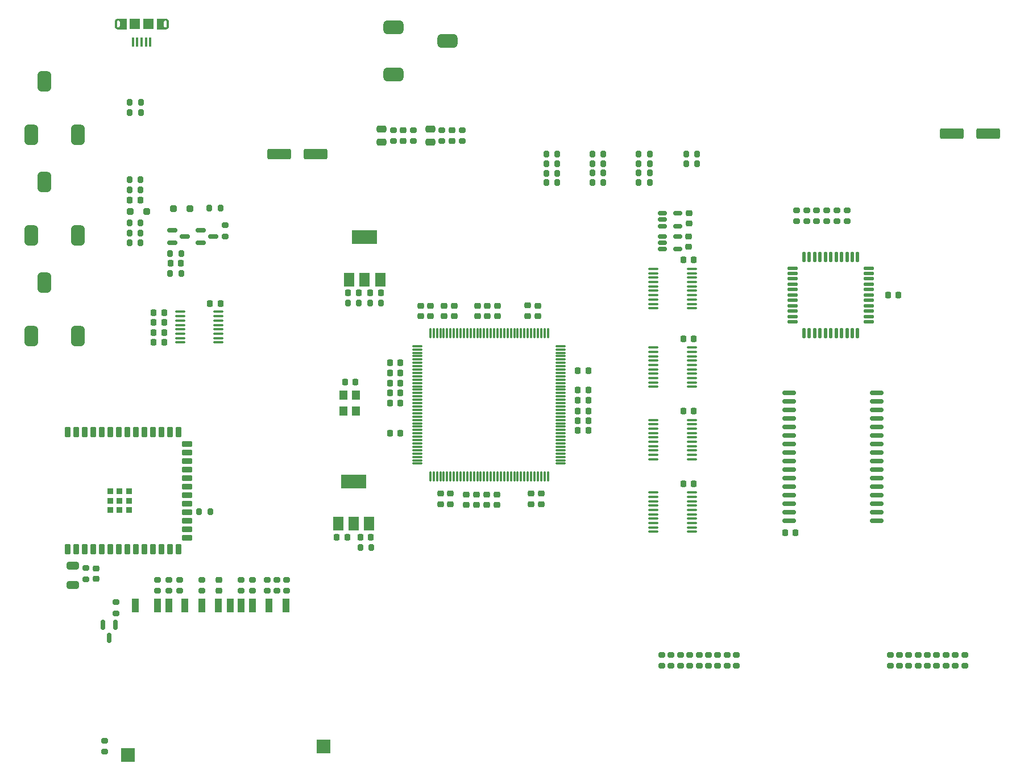
<source format=gtp>
%TF.GenerationSoftware,KiCad,Pcbnew,(7.0.0)*%
%TF.CreationDate,2023-06-13T16:35:20-07:00*%
%TF.ProjectId,aquarius-plus,61717561-7269-4757-932d-706c75732e6b,rev?*%
%TF.SameCoordinates,Original*%
%TF.FileFunction,Paste,Top*%
%TF.FilePolarity,Positive*%
%FSLAX46Y46*%
G04 Gerber Fmt 4.6, Leading zero omitted, Abs format (unit mm)*
G04 Created by KiCad (PCBNEW (7.0.0)) date 2023-06-13 16:35:20*
%MOMM*%
%LPD*%
G01*
G04 APERTURE LIST*
G04 Aperture macros list*
%AMRoundRect*
0 Rectangle with rounded corners*
0 $1 Rounding radius*
0 $2 $3 $4 $5 $6 $7 $8 $9 X,Y pos of 4 corners*
0 Add a 4 corners polygon primitive as box body*
4,1,4,$2,$3,$4,$5,$6,$7,$8,$9,$2,$3,0*
0 Add four circle primitives for the rounded corners*
1,1,$1+$1,$2,$3*
1,1,$1+$1,$4,$5*
1,1,$1+$1,$6,$7*
1,1,$1+$1,$8,$9*
0 Add four rect primitives between the rounded corners*
20,1,$1+$1,$2,$3,$4,$5,0*
20,1,$1+$1,$4,$5,$6,$7,0*
20,1,$1+$1,$6,$7,$8,$9,0*
20,1,$1+$1,$8,$9,$2,$3,0*%
G04 Aperture macros list end*
%ADD10C,0.000100*%
%ADD11RoundRect,0.225000X0.250000X-0.225000X0.250000X0.225000X-0.250000X0.225000X-0.250000X-0.225000X0*%
%ADD12RoundRect,0.200000X0.275000X-0.200000X0.275000X0.200000X-0.275000X0.200000X-0.275000X-0.200000X0*%
%ADD13RoundRect,0.200000X-0.275000X0.200000X-0.275000X-0.200000X0.275000X-0.200000X0.275000X0.200000X0*%
%ADD14RoundRect,0.100000X-0.637500X-0.100000X0.637500X-0.100000X0.637500X0.100000X-0.637500X0.100000X0*%
%ADD15RoundRect,0.150000X0.875000X0.150000X-0.875000X0.150000X-0.875000X-0.150000X0.875000X-0.150000X0*%
%ADD16RoundRect,0.200000X-0.200000X-0.275000X0.200000X-0.275000X0.200000X0.275000X-0.200000X0.275000X0*%
%ADD17RoundRect,0.225000X-0.250000X0.225000X-0.250000X-0.225000X0.250000X-0.225000X0.250000X0.225000X0*%
%ADD18R,1.500000X2.000000*%
%ADD19R,3.800000X2.000000*%
%ADD20RoundRect,0.075000X-0.075000X0.662500X-0.075000X-0.662500X0.075000X-0.662500X0.075000X0.662500X0*%
%ADD21RoundRect,0.075000X-0.662500X0.075000X-0.662500X-0.075000X0.662500X-0.075000X0.662500X0.075000X0*%
%ADD22RoundRect,0.225000X0.225000X0.250000X-0.225000X0.250000X-0.225000X-0.250000X0.225000X-0.250000X0*%
%ADD23RoundRect,0.225000X-0.225000X-0.250000X0.225000X-0.250000X0.225000X0.250000X-0.225000X0.250000X0*%
%ADD24RoundRect,0.250000X0.475000X-0.250000X0.475000X0.250000X-0.475000X0.250000X-0.475000X-0.250000X0*%
%ADD25RoundRect,0.150000X-0.587500X-0.150000X0.587500X-0.150000X0.587500X0.150000X-0.587500X0.150000X0*%
%ADD26RoundRect,0.200000X0.200000X0.275000X-0.200000X0.275000X-0.200000X-0.275000X0.200000X-0.275000X0*%
%ADD27RoundRect,0.500000X0.500000X-1.000000X0.500000X1.000000X-0.500000X1.000000X-0.500000X-1.000000X0*%
%ADD28R,0.400000X1.350000*%
%ADD29R,1.500000X1.550000*%
%ADD30R,1.000000X2.000000*%
%ADD31RoundRect,0.000000X-0.500000X-1.000000X0.500000X-1.000000X0.500000X1.000000X-0.500000X1.000000X0*%
%ADD32R,2.000000X2.000000*%
%ADD33RoundRect,0.150000X-0.512500X-0.150000X0.512500X-0.150000X0.512500X0.150000X-0.512500X0.150000X0*%
%ADD34RoundRect,0.137500X0.600000X0.137500X-0.600000X0.137500X-0.600000X-0.137500X0.600000X-0.137500X0*%
%ADD35RoundRect,0.137500X0.137500X0.600000X-0.137500X0.600000X-0.137500X-0.600000X0.137500X-0.600000X0*%
%ADD36RoundRect,0.250000X1.500000X0.550000X-1.500000X0.550000X-1.500000X-0.550000X1.500000X-0.550000X0*%
%ADD37RoundRect,0.250000X0.250000X0.250000X-0.250000X0.250000X-0.250000X-0.250000X0.250000X-0.250000X0*%
%ADD38R,1.200000X1.400000*%
%ADD39RoundRect,0.250000X-0.650000X0.325000X-0.650000X-0.325000X0.650000X-0.325000X0.650000X0.325000X0*%
%ADD40RoundRect,0.500000X-1.000000X-0.500000X1.000000X-0.500000X1.000000X0.500000X-1.000000X0.500000X0*%
%ADD41RoundRect,0.225000X0.225000X0.525000X-0.225000X0.525000X-0.225000X-0.525000X0.225000X-0.525000X0*%
%ADD42RoundRect,0.225000X-0.525000X0.225000X-0.525000X-0.225000X0.525000X-0.225000X0.525000X0.225000X0*%
%ADD43RoundRect,0.225000X-0.225000X-0.525000X0.225000X-0.525000X0.225000X0.525000X-0.225000X0.525000X0*%
%ADD44RoundRect,0.225000X-0.225000X-0.225000X0.225000X-0.225000X0.225000X0.225000X-0.225000X0.225000X0*%
%ADD45RoundRect,0.150000X-0.150000X0.587500X-0.150000X-0.587500X0.150000X-0.587500X0.150000X0.587500X0*%
G04 APERTURE END LIST*
D10*
%TO.C,J1*%
X86967152Y-37229469D02*
X86967152Y-37059469D01*
X79967152Y-35689469D02*
X79967152Y-35859469D01*
G36*
X86967152Y-35884469D02*
G01*
X86954152Y-35884469D01*
X86941152Y-35885469D01*
X86928152Y-35887469D01*
X86915152Y-35889469D01*
X86902152Y-35893469D01*
X86890152Y-35896469D01*
X86877152Y-35901469D01*
X86865152Y-35906469D01*
X86854152Y-35911469D01*
X86842152Y-35917469D01*
X86831152Y-35924469D01*
X86820152Y-35932469D01*
X86810152Y-35940469D01*
X86800152Y-35948469D01*
X86790152Y-35957469D01*
X86781152Y-35967469D01*
X86773152Y-35977469D01*
X86765152Y-35987469D01*
X86757152Y-35998469D01*
X86750152Y-36009469D01*
X86744152Y-36021469D01*
X86739152Y-36032469D01*
X86734152Y-36044469D01*
X86729152Y-36057469D01*
X86726152Y-36069469D01*
X86722152Y-36082469D01*
X86720152Y-36095469D01*
X86718152Y-36108469D01*
X86717152Y-36121469D01*
X86717152Y-36134469D01*
X86717152Y-36784469D01*
X86717152Y-36797469D01*
X86718152Y-36810469D01*
X86720152Y-36823469D01*
X86722152Y-36836469D01*
X86726152Y-36849469D01*
X86729152Y-36861469D01*
X86734152Y-36874469D01*
X86739152Y-36886469D01*
X86744152Y-36897469D01*
X86750152Y-36909469D01*
X86757152Y-36920469D01*
X86765152Y-36931469D01*
X86773152Y-36941469D01*
X86781152Y-36951469D01*
X86790152Y-36961469D01*
X86800152Y-36970469D01*
X86810152Y-36978469D01*
X86820152Y-36986469D01*
X86831152Y-36994469D01*
X86842152Y-37001469D01*
X86854152Y-37007469D01*
X86865152Y-37012469D01*
X86877152Y-37017469D01*
X86890152Y-37022469D01*
X86902152Y-37025469D01*
X86915152Y-37029469D01*
X86928152Y-37031469D01*
X86941152Y-37033469D01*
X86954152Y-37034469D01*
X86967152Y-37034469D01*
X86967152Y-37234469D01*
X85767152Y-37234469D01*
X85767152Y-35684469D01*
X86967152Y-35684469D01*
X86967152Y-35884469D01*
G37*
X86967152Y-35884469D02*
X86954152Y-35884469D01*
X86941152Y-35885469D01*
X86928152Y-35887469D01*
X86915152Y-35889469D01*
X86902152Y-35893469D01*
X86890152Y-35896469D01*
X86877152Y-35901469D01*
X86865152Y-35906469D01*
X86854152Y-35911469D01*
X86842152Y-35917469D01*
X86831152Y-35924469D01*
X86820152Y-35932469D01*
X86810152Y-35940469D01*
X86800152Y-35948469D01*
X86790152Y-35957469D01*
X86781152Y-35967469D01*
X86773152Y-35977469D01*
X86765152Y-35987469D01*
X86757152Y-35998469D01*
X86750152Y-36009469D01*
X86744152Y-36021469D01*
X86739152Y-36032469D01*
X86734152Y-36044469D01*
X86729152Y-36057469D01*
X86726152Y-36069469D01*
X86722152Y-36082469D01*
X86720152Y-36095469D01*
X86718152Y-36108469D01*
X86717152Y-36121469D01*
X86717152Y-36134469D01*
X86717152Y-36784469D01*
X86717152Y-36797469D01*
X86718152Y-36810469D01*
X86720152Y-36823469D01*
X86722152Y-36836469D01*
X86726152Y-36849469D01*
X86729152Y-36861469D01*
X86734152Y-36874469D01*
X86739152Y-36886469D01*
X86744152Y-36897469D01*
X86750152Y-36909469D01*
X86757152Y-36920469D01*
X86765152Y-36931469D01*
X86773152Y-36941469D01*
X86781152Y-36951469D01*
X86790152Y-36961469D01*
X86800152Y-36970469D01*
X86810152Y-36978469D01*
X86820152Y-36986469D01*
X86831152Y-36994469D01*
X86842152Y-37001469D01*
X86854152Y-37007469D01*
X86865152Y-37012469D01*
X86877152Y-37017469D01*
X86890152Y-37022469D01*
X86902152Y-37025469D01*
X86915152Y-37029469D01*
X86928152Y-37031469D01*
X86941152Y-37033469D01*
X86954152Y-37034469D01*
X86967152Y-37034469D01*
X86967152Y-37234469D01*
X85767152Y-37234469D01*
X85767152Y-35684469D01*
X86967152Y-35684469D01*
X86967152Y-35884469D01*
G36*
X81167152Y-37234469D02*
G01*
X79967152Y-37234469D01*
X79967152Y-37034469D01*
X79980152Y-37034469D01*
X79993152Y-37033469D01*
X80006152Y-37031469D01*
X80019152Y-37029469D01*
X80032152Y-37025469D01*
X80044152Y-37022469D01*
X80057152Y-37017469D01*
X80069152Y-37012469D01*
X80080152Y-37007469D01*
X80092152Y-37001469D01*
X80103152Y-36994469D01*
X80114152Y-36986469D01*
X80124152Y-36978469D01*
X80134152Y-36970469D01*
X80144152Y-36961469D01*
X80153152Y-36951469D01*
X80161152Y-36941469D01*
X80169152Y-36931469D01*
X80177152Y-36920469D01*
X80184152Y-36909469D01*
X80190152Y-36897469D01*
X80195152Y-36886469D01*
X80200152Y-36874469D01*
X80205152Y-36861469D01*
X80208152Y-36849469D01*
X80212152Y-36836469D01*
X80214152Y-36823469D01*
X80216152Y-36810469D01*
X80217152Y-36797469D01*
X80217152Y-36784469D01*
X80217152Y-36134469D01*
X80217152Y-36121469D01*
X80216152Y-36108469D01*
X80214152Y-36095469D01*
X80212152Y-36082469D01*
X80208152Y-36069469D01*
X80205152Y-36057469D01*
X80200152Y-36044469D01*
X80195152Y-36032469D01*
X80190152Y-36021469D01*
X80184152Y-36009469D01*
X80177152Y-35998469D01*
X80169152Y-35987469D01*
X80161152Y-35977469D01*
X80153152Y-35967469D01*
X80144152Y-35957469D01*
X80134152Y-35948469D01*
X80124152Y-35940469D01*
X80114152Y-35932469D01*
X80103152Y-35924469D01*
X80092152Y-35917469D01*
X80080152Y-35911469D01*
X80069152Y-35906469D01*
X80057152Y-35901469D01*
X80044152Y-35896469D01*
X80032152Y-35893469D01*
X80019152Y-35889469D01*
X80006152Y-35887469D01*
X79993152Y-35885469D01*
X79980152Y-35884469D01*
X79967152Y-35884469D01*
X79967152Y-35684469D01*
X81167152Y-35684469D01*
X81167152Y-37234469D01*
G37*
X81167152Y-37234469D02*
X79967152Y-37234469D01*
X79967152Y-37034469D01*
X79980152Y-37034469D01*
X79993152Y-37033469D01*
X80006152Y-37031469D01*
X80019152Y-37029469D01*
X80032152Y-37025469D01*
X80044152Y-37022469D01*
X80057152Y-37017469D01*
X80069152Y-37012469D01*
X80080152Y-37007469D01*
X80092152Y-37001469D01*
X80103152Y-36994469D01*
X80114152Y-36986469D01*
X80124152Y-36978469D01*
X80134152Y-36970469D01*
X80144152Y-36961469D01*
X80153152Y-36951469D01*
X80161152Y-36941469D01*
X80169152Y-36931469D01*
X80177152Y-36920469D01*
X80184152Y-36909469D01*
X80190152Y-36897469D01*
X80195152Y-36886469D01*
X80200152Y-36874469D01*
X80205152Y-36861469D01*
X80208152Y-36849469D01*
X80212152Y-36836469D01*
X80214152Y-36823469D01*
X80216152Y-36810469D01*
X80217152Y-36797469D01*
X80217152Y-36784469D01*
X80217152Y-36134469D01*
X80217152Y-36121469D01*
X80216152Y-36108469D01*
X80214152Y-36095469D01*
X80212152Y-36082469D01*
X80208152Y-36069469D01*
X80205152Y-36057469D01*
X80200152Y-36044469D01*
X80195152Y-36032469D01*
X80190152Y-36021469D01*
X80184152Y-36009469D01*
X80177152Y-35998469D01*
X80169152Y-35987469D01*
X80161152Y-35977469D01*
X80153152Y-35967469D01*
X80144152Y-35957469D01*
X80134152Y-35948469D01*
X80124152Y-35940469D01*
X80114152Y-35932469D01*
X80103152Y-35924469D01*
X80092152Y-35917469D01*
X80080152Y-35911469D01*
X80069152Y-35906469D01*
X80057152Y-35901469D01*
X80044152Y-35896469D01*
X80032152Y-35893469D01*
X80019152Y-35889469D01*
X80006152Y-35887469D01*
X79993152Y-35885469D01*
X79980152Y-35884469D01*
X79967152Y-35884469D01*
X79967152Y-35684469D01*
X81167152Y-35684469D01*
X81167152Y-37234469D01*
G36*
X86993152Y-35685469D02*
G01*
X87019152Y-35687469D01*
X87045152Y-35690469D01*
X87071152Y-35695469D01*
X87096152Y-35701469D01*
X87122152Y-35708469D01*
X87146152Y-35717469D01*
X87170152Y-35727469D01*
X87194152Y-35738469D01*
X87217152Y-35751469D01*
X87239152Y-35765469D01*
X87261152Y-35779469D01*
X87282152Y-35795469D01*
X87302152Y-35812469D01*
X87321152Y-35830469D01*
X87339152Y-35849469D01*
X87356152Y-35869469D01*
X87372152Y-35890469D01*
X87386152Y-35912469D01*
X87400152Y-35934469D01*
X87413152Y-35957469D01*
X87424152Y-35981469D01*
X87434152Y-36005469D01*
X87443152Y-36029469D01*
X87450152Y-36055469D01*
X87456152Y-36080469D01*
X87461152Y-36106469D01*
X87464152Y-36132469D01*
X87466152Y-36158469D01*
X87467152Y-36184469D01*
X87467152Y-36734469D01*
X87466152Y-36760469D01*
X87464152Y-36786469D01*
X87461152Y-36812469D01*
X87456152Y-36838469D01*
X87450152Y-36863469D01*
X87443152Y-36889469D01*
X87434152Y-36913469D01*
X87424152Y-36937469D01*
X87413152Y-36961469D01*
X87400152Y-36984469D01*
X87386152Y-37006469D01*
X87372152Y-37028469D01*
X87356152Y-37049469D01*
X87339152Y-37069469D01*
X87321152Y-37088469D01*
X87302152Y-37106469D01*
X87282152Y-37123469D01*
X87261152Y-37139469D01*
X87239152Y-37153469D01*
X87217152Y-37167469D01*
X87194152Y-37180469D01*
X87170152Y-37191469D01*
X87146152Y-37201469D01*
X87122152Y-37210469D01*
X87096152Y-37217469D01*
X87071152Y-37223469D01*
X87045152Y-37228469D01*
X87019152Y-37231469D01*
X86993152Y-37233469D01*
X86967152Y-37234469D01*
X86967152Y-37034469D01*
X86980152Y-37034469D01*
X86993152Y-37033469D01*
X87006152Y-37031469D01*
X87019152Y-37029469D01*
X87032152Y-37025469D01*
X87044152Y-37022469D01*
X87057152Y-37017469D01*
X87069152Y-37012469D01*
X87080152Y-37007469D01*
X87092152Y-37001469D01*
X87103152Y-36994469D01*
X87114152Y-36986469D01*
X87124152Y-36978469D01*
X87134152Y-36970469D01*
X87144152Y-36961469D01*
X87153152Y-36951469D01*
X87161152Y-36941469D01*
X87169152Y-36931469D01*
X87177152Y-36920469D01*
X87184152Y-36909469D01*
X87190152Y-36897469D01*
X87195152Y-36886469D01*
X87200152Y-36874469D01*
X87205152Y-36861469D01*
X87208152Y-36849469D01*
X87212152Y-36836469D01*
X87214152Y-36823469D01*
X87216152Y-36810469D01*
X87217152Y-36797469D01*
X87217152Y-36784469D01*
X87217152Y-36134469D01*
X87217152Y-36121469D01*
X87216152Y-36108469D01*
X87214152Y-36095469D01*
X87212152Y-36082469D01*
X87208152Y-36069469D01*
X87205152Y-36057469D01*
X87200152Y-36044469D01*
X87195152Y-36032469D01*
X87190152Y-36021469D01*
X87184152Y-36009469D01*
X87177152Y-35998469D01*
X87169152Y-35987469D01*
X87161152Y-35977469D01*
X87153152Y-35967469D01*
X87144152Y-35957469D01*
X87134152Y-35948469D01*
X87124152Y-35940469D01*
X87114152Y-35932469D01*
X87103152Y-35924469D01*
X87092152Y-35917469D01*
X87080152Y-35911469D01*
X87069152Y-35906469D01*
X87057152Y-35901469D01*
X87044152Y-35896469D01*
X87032152Y-35893469D01*
X87019152Y-35889469D01*
X87006152Y-35887469D01*
X86993152Y-35885469D01*
X86980152Y-35884469D01*
X86967152Y-35884469D01*
X86967152Y-35684469D01*
X86993152Y-35685469D01*
G37*
X86993152Y-35685469D02*
X87019152Y-35687469D01*
X87045152Y-35690469D01*
X87071152Y-35695469D01*
X87096152Y-35701469D01*
X87122152Y-35708469D01*
X87146152Y-35717469D01*
X87170152Y-35727469D01*
X87194152Y-35738469D01*
X87217152Y-35751469D01*
X87239152Y-35765469D01*
X87261152Y-35779469D01*
X87282152Y-35795469D01*
X87302152Y-35812469D01*
X87321152Y-35830469D01*
X87339152Y-35849469D01*
X87356152Y-35869469D01*
X87372152Y-35890469D01*
X87386152Y-35912469D01*
X87400152Y-35934469D01*
X87413152Y-35957469D01*
X87424152Y-35981469D01*
X87434152Y-36005469D01*
X87443152Y-36029469D01*
X87450152Y-36055469D01*
X87456152Y-36080469D01*
X87461152Y-36106469D01*
X87464152Y-36132469D01*
X87466152Y-36158469D01*
X87467152Y-36184469D01*
X87467152Y-36734469D01*
X87466152Y-36760469D01*
X87464152Y-36786469D01*
X87461152Y-36812469D01*
X87456152Y-36838469D01*
X87450152Y-36863469D01*
X87443152Y-36889469D01*
X87434152Y-36913469D01*
X87424152Y-36937469D01*
X87413152Y-36961469D01*
X87400152Y-36984469D01*
X87386152Y-37006469D01*
X87372152Y-37028469D01*
X87356152Y-37049469D01*
X87339152Y-37069469D01*
X87321152Y-37088469D01*
X87302152Y-37106469D01*
X87282152Y-37123469D01*
X87261152Y-37139469D01*
X87239152Y-37153469D01*
X87217152Y-37167469D01*
X87194152Y-37180469D01*
X87170152Y-37191469D01*
X87146152Y-37201469D01*
X87122152Y-37210469D01*
X87096152Y-37217469D01*
X87071152Y-37223469D01*
X87045152Y-37228469D01*
X87019152Y-37231469D01*
X86993152Y-37233469D01*
X86967152Y-37234469D01*
X86967152Y-37034469D01*
X86980152Y-37034469D01*
X86993152Y-37033469D01*
X87006152Y-37031469D01*
X87019152Y-37029469D01*
X87032152Y-37025469D01*
X87044152Y-37022469D01*
X87057152Y-37017469D01*
X87069152Y-37012469D01*
X87080152Y-37007469D01*
X87092152Y-37001469D01*
X87103152Y-36994469D01*
X87114152Y-36986469D01*
X87124152Y-36978469D01*
X87134152Y-36970469D01*
X87144152Y-36961469D01*
X87153152Y-36951469D01*
X87161152Y-36941469D01*
X87169152Y-36931469D01*
X87177152Y-36920469D01*
X87184152Y-36909469D01*
X87190152Y-36897469D01*
X87195152Y-36886469D01*
X87200152Y-36874469D01*
X87205152Y-36861469D01*
X87208152Y-36849469D01*
X87212152Y-36836469D01*
X87214152Y-36823469D01*
X87216152Y-36810469D01*
X87217152Y-36797469D01*
X87217152Y-36784469D01*
X87217152Y-36134469D01*
X87217152Y-36121469D01*
X87216152Y-36108469D01*
X87214152Y-36095469D01*
X87212152Y-36082469D01*
X87208152Y-36069469D01*
X87205152Y-36057469D01*
X87200152Y-36044469D01*
X87195152Y-36032469D01*
X87190152Y-36021469D01*
X87184152Y-36009469D01*
X87177152Y-35998469D01*
X87169152Y-35987469D01*
X87161152Y-35977469D01*
X87153152Y-35967469D01*
X87144152Y-35957469D01*
X87134152Y-35948469D01*
X87124152Y-35940469D01*
X87114152Y-35932469D01*
X87103152Y-35924469D01*
X87092152Y-35917469D01*
X87080152Y-35911469D01*
X87069152Y-35906469D01*
X87057152Y-35901469D01*
X87044152Y-35896469D01*
X87032152Y-35893469D01*
X87019152Y-35889469D01*
X87006152Y-35887469D01*
X86993152Y-35885469D01*
X86980152Y-35884469D01*
X86967152Y-35884469D01*
X86967152Y-35684469D01*
X86993152Y-35685469D01*
G36*
X79967152Y-35884469D02*
G01*
X79954152Y-35884469D01*
X79941152Y-35885469D01*
X79928152Y-35887469D01*
X79915152Y-35889469D01*
X79902152Y-35893469D01*
X79890152Y-35896469D01*
X79877152Y-35901469D01*
X79865152Y-35906469D01*
X79854152Y-35911469D01*
X79842152Y-35917469D01*
X79831152Y-35924469D01*
X79820152Y-35932469D01*
X79810152Y-35940469D01*
X79800152Y-35948469D01*
X79790152Y-35957469D01*
X79781152Y-35967469D01*
X79773152Y-35977469D01*
X79765152Y-35987469D01*
X79757152Y-35998469D01*
X79750152Y-36009469D01*
X79744152Y-36021469D01*
X79739152Y-36032469D01*
X79734152Y-36044469D01*
X79729152Y-36057469D01*
X79726152Y-36069469D01*
X79722152Y-36082469D01*
X79720152Y-36095469D01*
X79718152Y-36108469D01*
X79717152Y-36121469D01*
X79717152Y-36134469D01*
X79717152Y-36784469D01*
X79717152Y-36797469D01*
X79718152Y-36810469D01*
X79720152Y-36823469D01*
X79722152Y-36836469D01*
X79726152Y-36849469D01*
X79729152Y-36861469D01*
X79734152Y-36874469D01*
X79739152Y-36886469D01*
X79744152Y-36897469D01*
X79750152Y-36909469D01*
X79757152Y-36920469D01*
X79765152Y-36931469D01*
X79773152Y-36941469D01*
X79781152Y-36951469D01*
X79790152Y-36961469D01*
X79800152Y-36970469D01*
X79810152Y-36978469D01*
X79820152Y-36986469D01*
X79831152Y-36994469D01*
X79842152Y-37001469D01*
X79854152Y-37007469D01*
X79865152Y-37012469D01*
X79877152Y-37017469D01*
X79890152Y-37022469D01*
X79902152Y-37025469D01*
X79915152Y-37029469D01*
X79928152Y-37031469D01*
X79941152Y-37033469D01*
X79954152Y-37034469D01*
X79967152Y-37034469D01*
X79967152Y-37234469D01*
X79941152Y-37233469D01*
X79915152Y-37231469D01*
X79889152Y-37228469D01*
X79863152Y-37223469D01*
X79838152Y-37217469D01*
X79812152Y-37210469D01*
X79788152Y-37201469D01*
X79764152Y-37191469D01*
X79740152Y-37180469D01*
X79717152Y-37167469D01*
X79695152Y-37153469D01*
X79673152Y-37139469D01*
X79652152Y-37123469D01*
X79632152Y-37106469D01*
X79613152Y-37088469D01*
X79595152Y-37069469D01*
X79578152Y-37049469D01*
X79562152Y-37028469D01*
X79548152Y-37006469D01*
X79534152Y-36984469D01*
X79521152Y-36961469D01*
X79510152Y-36937469D01*
X79500152Y-36913469D01*
X79491152Y-36889469D01*
X79484152Y-36863469D01*
X79478152Y-36838469D01*
X79473152Y-36812469D01*
X79470152Y-36786469D01*
X79468152Y-36760469D01*
X79467152Y-36734469D01*
X79467152Y-36184469D01*
X79468152Y-36158469D01*
X79470152Y-36132469D01*
X79473152Y-36106469D01*
X79478152Y-36080469D01*
X79484152Y-36055469D01*
X79491152Y-36029469D01*
X79500152Y-36005469D01*
X79510152Y-35981469D01*
X79521152Y-35957469D01*
X79534152Y-35934469D01*
X79548152Y-35912469D01*
X79562152Y-35890469D01*
X79578152Y-35869469D01*
X79595152Y-35849469D01*
X79613152Y-35830469D01*
X79632152Y-35812469D01*
X79652152Y-35795469D01*
X79673152Y-35779469D01*
X79695152Y-35765469D01*
X79717152Y-35751469D01*
X79740152Y-35738469D01*
X79764152Y-35727469D01*
X79788152Y-35717469D01*
X79812152Y-35708469D01*
X79838152Y-35701469D01*
X79863152Y-35695469D01*
X79889152Y-35690469D01*
X79915152Y-35687469D01*
X79941152Y-35685469D01*
X79967152Y-35684469D01*
X79967152Y-35884469D01*
G37*
X79967152Y-35884469D02*
X79954152Y-35884469D01*
X79941152Y-35885469D01*
X79928152Y-35887469D01*
X79915152Y-35889469D01*
X79902152Y-35893469D01*
X79890152Y-35896469D01*
X79877152Y-35901469D01*
X79865152Y-35906469D01*
X79854152Y-35911469D01*
X79842152Y-35917469D01*
X79831152Y-35924469D01*
X79820152Y-35932469D01*
X79810152Y-35940469D01*
X79800152Y-35948469D01*
X79790152Y-35957469D01*
X79781152Y-35967469D01*
X79773152Y-35977469D01*
X79765152Y-35987469D01*
X79757152Y-35998469D01*
X79750152Y-36009469D01*
X79744152Y-36021469D01*
X79739152Y-36032469D01*
X79734152Y-36044469D01*
X79729152Y-36057469D01*
X79726152Y-36069469D01*
X79722152Y-36082469D01*
X79720152Y-36095469D01*
X79718152Y-36108469D01*
X79717152Y-36121469D01*
X79717152Y-36134469D01*
X79717152Y-36784469D01*
X79717152Y-36797469D01*
X79718152Y-36810469D01*
X79720152Y-36823469D01*
X79722152Y-36836469D01*
X79726152Y-36849469D01*
X79729152Y-36861469D01*
X79734152Y-36874469D01*
X79739152Y-36886469D01*
X79744152Y-36897469D01*
X79750152Y-36909469D01*
X79757152Y-36920469D01*
X79765152Y-36931469D01*
X79773152Y-36941469D01*
X79781152Y-36951469D01*
X79790152Y-36961469D01*
X79800152Y-36970469D01*
X79810152Y-36978469D01*
X79820152Y-36986469D01*
X79831152Y-36994469D01*
X79842152Y-37001469D01*
X79854152Y-37007469D01*
X79865152Y-37012469D01*
X79877152Y-37017469D01*
X79890152Y-37022469D01*
X79902152Y-37025469D01*
X79915152Y-37029469D01*
X79928152Y-37031469D01*
X79941152Y-37033469D01*
X79954152Y-37034469D01*
X79967152Y-37034469D01*
X79967152Y-37234469D01*
X79941152Y-37233469D01*
X79915152Y-37231469D01*
X79889152Y-37228469D01*
X79863152Y-37223469D01*
X79838152Y-37217469D01*
X79812152Y-37210469D01*
X79788152Y-37201469D01*
X79764152Y-37191469D01*
X79740152Y-37180469D01*
X79717152Y-37167469D01*
X79695152Y-37153469D01*
X79673152Y-37139469D01*
X79652152Y-37123469D01*
X79632152Y-37106469D01*
X79613152Y-37088469D01*
X79595152Y-37069469D01*
X79578152Y-37049469D01*
X79562152Y-37028469D01*
X79548152Y-37006469D01*
X79534152Y-36984469D01*
X79521152Y-36961469D01*
X79510152Y-36937469D01*
X79500152Y-36913469D01*
X79491152Y-36889469D01*
X79484152Y-36863469D01*
X79478152Y-36838469D01*
X79473152Y-36812469D01*
X79470152Y-36786469D01*
X79468152Y-36760469D01*
X79467152Y-36734469D01*
X79467152Y-36184469D01*
X79468152Y-36158469D01*
X79470152Y-36132469D01*
X79473152Y-36106469D01*
X79478152Y-36080469D01*
X79484152Y-36055469D01*
X79491152Y-36029469D01*
X79500152Y-36005469D01*
X79510152Y-35981469D01*
X79521152Y-35957469D01*
X79534152Y-35934469D01*
X79548152Y-35912469D01*
X79562152Y-35890469D01*
X79578152Y-35869469D01*
X79595152Y-35849469D01*
X79613152Y-35830469D01*
X79632152Y-35812469D01*
X79652152Y-35795469D01*
X79673152Y-35779469D01*
X79695152Y-35765469D01*
X79717152Y-35751469D01*
X79740152Y-35738469D01*
X79764152Y-35727469D01*
X79788152Y-35717469D01*
X79812152Y-35708469D01*
X79838152Y-35701469D01*
X79863152Y-35695469D01*
X79889152Y-35690469D01*
X79915152Y-35687469D01*
X79941152Y-35685469D01*
X79967152Y-35684469D01*
X79967152Y-35884469D01*
%TD*%
D11*
%TO.C,C21*%
X140997000Y-79981200D03*
X140997000Y-78431200D03*
%TD*%
D12*
%TO.C,R66*%
X204645000Y-132080000D03*
X204645000Y-130430000D03*
%TD*%
D13*
%TO.C,R24*%
X182497500Y-64238100D03*
X182497500Y-65888100D03*
%TD*%
D12*
%TO.C,R49*%
X75200000Y-119175000D03*
X75200000Y-117525000D03*
%TD*%
D14*
%TO.C,U5*%
X89194200Y-79361700D03*
X89194200Y-80011700D03*
X89194200Y-80661700D03*
X89194200Y-81311700D03*
X89194200Y-81961700D03*
X89194200Y-82611700D03*
X89194200Y-83261700D03*
X89194200Y-83911700D03*
X94919200Y-83911700D03*
X94919200Y-83261700D03*
X94919200Y-82611700D03*
X94919200Y-81961700D03*
X94919200Y-81311700D03*
X94919200Y-80661700D03*
X94919200Y-80011700D03*
X94919200Y-79361700D03*
%TD*%
D15*
%TO.C,U13*%
X192972700Y-110490000D03*
X192972700Y-109220000D03*
X192972700Y-107950000D03*
X192972700Y-106680000D03*
X192972700Y-105410000D03*
X192972700Y-104140000D03*
X192972700Y-102870000D03*
X192972700Y-101600000D03*
X192972700Y-100330000D03*
X192972700Y-99060000D03*
X192972700Y-97790000D03*
X192972700Y-96520000D03*
X192972700Y-95250000D03*
X192972700Y-93980000D03*
X192972700Y-92710000D03*
X192972700Y-91440000D03*
X179872700Y-91440000D03*
X179872700Y-92710000D03*
X179872700Y-93980000D03*
X179872700Y-95250000D03*
X179872700Y-96520000D03*
X179872700Y-97790000D03*
X179872700Y-99060000D03*
X179872700Y-100330000D03*
X179872700Y-101600000D03*
X179872700Y-102870000D03*
X179872700Y-104140000D03*
X179872700Y-105410000D03*
X179872700Y-106680000D03*
X179872700Y-107950000D03*
X179872700Y-109220000D03*
X179872700Y-110490000D03*
%TD*%
D13*
%TO.C,R47*%
X103611700Y-119273200D03*
X103611700Y-120923200D03*
%TD*%
D12*
%TO.C,R53*%
X165100000Y-132080000D03*
X165100000Y-130430000D03*
%TD*%
D16*
%TO.C,R20*%
X150609500Y-60120100D03*
X152259500Y-60120100D03*
%TD*%
%TO.C,R13*%
X157494300Y-57282000D03*
X159144300Y-57282000D03*
%TD*%
D17*
%TO.C,C46*%
X136350000Y-106562500D03*
X136350000Y-108112500D03*
%TD*%
D12*
%TO.C,R64*%
X201875000Y-132080000D03*
X201875000Y-130430000D03*
%TD*%
%TO.C,R54*%
X166490000Y-132080000D03*
X166490000Y-130430000D03*
%TD*%
D11*
%TO.C,C4*%
X129699400Y-53898800D03*
X129699400Y-52348800D03*
%TD*%
D18*
%TO.C,U3*%
X114393326Y-74549999D03*
X116693326Y-74549999D03*
D19*
X116693326Y-68249999D03*
D18*
X118993326Y-74549999D03*
%TD*%
D17*
%TO.C,C52*%
X134850000Y-106562500D03*
X134850000Y-108112500D03*
%TD*%
D13*
%TO.C,R46*%
X102150300Y-119272500D03*
X102150300Y-120922500D03*
%TD*%
D20*
%TO.C,U6*%
X143970000Y-82550000D03*
X143470000Y-82550000D03*
X142970000Y-82550000D03*
X142470000Y-82550000D03*
X141970000Y-82550000D03*
X141470000Y-82550000D03*
X140970000Y-82550000D03*
X140470000Y-82550000D03*
X139970000Y-82550000D03*
X139470000Y-82550000D03*
X138970000Y-82550000D03*
X138470000Y-82550000D03*
X137970000Y-82550000D03*
X137470000Y-82550000D03*
X136970000Y-82550000D03*
X136470000Y-82550000D03*
X135970000Y-82550000D03*
X135470000Y-82550000D03*
X134970000Y-82550000D03*
X134470000Y-82550000D03*
X133970000Y-82550000D03*
X133470000Y-82550000D03*
X132970000Y-82550000D03*
X132470000Y-82550000D03*
X131970000Y-82550000D03*
X131470000Y-82550000D03*
X130970000Y-82550000D03*
X130470000Y-82550000D03*
X129970000Y-82550000D03*
X129470000Y-82550000D03*
X128970000Y-82550000D03*
X128470000Y-82550000D03*
X127970000Y-82550000D03*
X127470000Y-82550000D03*
X126970000Y-82550000D03*
X126470000Y-82550000D03*
D21*
X124557500Y-84462500D03*
X124557500Y-84962500D03*
X124557500Y-85462500D03*
X124557500Y-85962500D03*
X124557500Y-86462500D03*
X124557500Y-86962500D03*
X124557500Y-87462500D03*
X124557500Y-87962500D03*
X124557500Y-88462500D03*
X124557500Y-88962500D03*
X124557500Y-89462500D03*
X124557500Y-89962500D03*
X124557500Y-90462500D03*
X124557500Y-90962500D03*
X124557500Y-91462500D03*
X124557500Y-91962500D03*
X124557500Y-92462500D03*
X124557500Y-92962500D03*
X124557500Y-93462500D03*
X124557500Y-93962500D03*
X124557500Y-94462500D03*
X124557500Y-94962500D03*
X124557500Y-95462500D03*
X124557500Y-95962500D03*
X124557500Y-96462500D03*
X124557500Y-96962500D03*
X124557500Y-97462500D03*
X124557500Y-97962500D03*
X124557500Y-98462500D03*
X124557500Y-98962500D03*
X124557500Y-99462500D03*
X124557500Y-99962500D03*
X124557500Y-100462500D03*
X124557500Y-100962500D03*
X124557500Y-101462500D03*
X124557500Y-101962500D03*
D20*
X126470000Y-103875000D03*
X126970000Y-103875000D03*
X127470000Y-103875000D03*
X127970000Y-103875000D03*
X128470000Y-103875000D03*
X128970000Y-103875000D03*
X129470000Y-103875000D03*
X129970000Y-103875000D03*
X130470000Y-103875000D03*
X130970000Y-103875000D03*
X131470000Y-103875000D03*
X131970000Y-103875000D03*
X132470000Y-103875000D03*
X132970000Y-103875000D03*
X133470000Y-103875000D03*
X133970000Y-103875000D03*
X134470000Y-103875000D03*
X134970000Y-103875000D03*
X135470000Y-103875000D03*
X135970000Y-103875000D03*
X136470000Y-103875000D03*
X136970000Y-103875000D03*
X137470000Y-103875000D03*
X137970000Y-103875000D03*
X138470000Y-103875000D03*
X138970000Y-103875000D03*
X139470000Y-103875000D03*
X139970000Y-103875000D03*
X140470000Y-103875000D03*
X140970000Y-103875000D03*
X141470000Y-103875000D03*
X141970000Y-103875000D03*
X142470000Y-103875000D03*
X142970000Y-103875000D03*
X143470000Y-103875000D03*
X143970000Y-103875000D03*
D21*
X145882500Y-101962500D03*
X145882500Y-101462500D03*
X145882500Y-100962500D03*
X145882500Y-100462500D03*
X145882500Y-99962500D03*
X145882500Y-99462500D03*
X145882500Y-98962500D03*
X145882500Y-98462500D03*
X145882500Y-97962500D03*
X145882500Y-97462500D03*
X145882500Y-96962500D03*
X145882500Y-96462500D03*
X145882500Y-95962500D03*
X145882500Y-95462500D03*
X145882500Y-94962500D03*
X145882500Y-94462500D03*
X145882500Y-93962500D03*
X145882500Y-93462500D03*
X145882500Y-92962500D03*
X145882500Y-92462500D03*
X145882500Y-91962500D03*
X145882500Y-91462500D03*
X145882500Y-90962500D03*
X145882500Y-90462500D03*
X145882500Y-89962500D03*
X145882500Y-89462500D03*
X145882500Y-88962500D03*
X145882500Y-88462500D03*
X145882500Y-87962500D03*
X145882500Y-87462500D03*
X145882500Y-86962500D03*
X145882500Y-86462500D03*
X145882500Y-85962500D03*
X145882500Y-85462500D03*
X145882500Y-84962500D03*
X145882500Y-84462500D03*
%TD*%
D16*
%TO.C,R15*%
X143738600Y-58716700D03*
X145388600Y-58716700D03*
%TD*%
D13*
%TO.C,R25*%
X184000000Y-64238100D03*
X184000000Y-65888100D03*
%TD*%
D12*
%TO.C,R59*%
X194950000Y-132080000D03*
X194950000Y-130430000D03*
%TD*%
D22*
%TO.C,C47*%
X114100000Y-112925600D03*
X112550000Y-112925600D03*
%TD*%
D17*
%TO.C,C35*%
X133350000Y-106575000D03*
X133350000Y-108125000D03*
%TD*%
D23*
%TO.C,C55*%
X179296800Y-112226000D03*
X180846800Y-112226000D03*
%TD*%
D11*
%TO.C,C20*%
X125000000Y-79983800D03*
X125000000Y-78433800D03*
%TD*%
D24*
%TO.C,C3*%
X126449400Y-54073800D03*
X126449400Y-52173800D03*
%TD*%
D13*
%TO.C,R23*%
X181000000Y-64238100D03*
X181000000Y-65888100D03*
%TD*%
D16*
%TO.C,R22*%
X81675000Y-61200000D03*
X83325000Y-61200000D03*
%TD*%
D25*
%TO.C,Q2*%
X92300000Y-67200000D03*
X92300000Y-69100000D03*
X94175000Y-68150000D03*
%TD*%
D11*
%TO.C,C19*%
X136470000Y-79987500D03*
X136470000Y-78437500D03*
%TD*%
D12*
%TO.C,R4*%
X123945700Y-53957300D03*
X123945700Y-52307300D03*
%TD*%
D26*
%TO.C,R1*%
X83375000Y-48202700D03*
X81725000Y-48202700D03*
%TD*%
D27*
%TO.C,J6*%
X69020000Y-60000000D03*
X67020000Y-68000000D03*
X74020000Y-68000000D03*
%TD*%
D16*
%TO.C,R18*%
X81675000Y-59690000D03*
X83325000Y-59690000D03*
%TD*%
D11*
%TO.C,C56*%
X94954900Y-120871400D03*
X94954900Y-119321400D03*
%TD*%
D22*
%TO.C,C48*%
X117625000Y-112925600D03*
X116075000Y-112925600D03*
%TD*%
D12*
%TO.C,R58*%
X172030000Y-132080000D03*
X172030000Y-130430000D03*
%TD*%
D22*
%TO.C,C45*%
X165685000Y-104941400D03*
X164135000Y-104941400D03*
%TD*%
D12*
%TO.C,R57*%
X170645000Y-132080000D03*
X170645000Y-130430000D03*
%TD*%
D16*
%TO.C,R33*%
X81675000Y-69100000D03*
X83325000Y-69100000D03*
%TD*%
D22*
%TO.C,C25*%
X86829400Y-79510100D03*
X85279400Y-79510100D03*
%TD*%
%TO.C,C26*%
X86825600Y-80962600D03*
X85275600Y-80962600D03*
%TD*%
D16*
%TO.C,R14*%
X164581300Y-57279100D03*
X166231300Y-57279100D03*
%TD*%
%TO.C,R39*%
X116025000Y-114425600D03*
X117675000Y-114425600D03*
%TD*%
%TO.C,R9*%
X157494300Y-55864900D03*
X159144300Y-55864900D03*
%TD*%
D22*
%TO.C,C41*%
X165685000Y-94131400D03*
X164135000Y-94131400D03*
%TD*%
D13*
%TO.C,R44*%
X98282900Y-119254000D03*
X98282900Y-120904000D03*
%TD*%
D22*
%TO.C,C30*%
X121995000Y-86962500D03*
X120445000Y-86962500D03*
%TD*%
D13*
%TO.C,R3*%
X120949400Y-52298800D03*
X120949400Y-53948800D03*
%TD*%
D11*
%TO.C,C15*%
X128550000Y-79987500D03*
X128550000Y-78437500D03*
%TD*%
D16*
%TO.C,R11*%
X143738600Y-57298300D03*
X145388600Y-57298300D03*
%TD*%
D23*
%TO.C,C40*%
X148445000Y-94100002D03*
X149995000Y-94100002D03*
%TD*%
D16*
%TO.C,R34*%
X87725000Y-73650000D03*
X89375000Y-73650000D03*
%TD*%
D28*
%TO.C,J1*%
X84767151Y-39159468D03*
X84117151Y-39159468D03*
X83467151Y-39159468D03*
X82817151Y-39159468D03*
X82167151Y-39159468D03*
D29*
X84467151Y-36459468D03*
X82467151Y-36459468D03*
%TD*%
D12*
%TO.C,R40*%
X85835800Y-120921600D03*
X85835800Y-119271600D03*
%TD*%
D13*
%TO.C,R27*%
X187000000Y-64225000D03*
X187000000Y-65875000D03*
%TD*%
D18*
%TO.C,U11*%
X112777499Y-110925599D03*
X115077499Y-110925599D03*
D19*
X115077499Y-104625599D03*
D18*
X117377499Y-110925599D03*
%TD*%
D22*
%TO.C,C33*%
X121983000Y-88476400D03*
X120433000Y-88476400D03*
%TD*%
D16*
%TO.C,R16*%
X150608400Y-58697000D03*
X152258400Y-58697000D03*
%TD*%
D22*
%TO.C,C29*%
X165685000Y-83351400D03*
X164135000Y-83351400D03*
%TD*%
D26*
%TO.C,R31*%
X83325000Y-67600000D03*
X81675000Y-67600000D03*
%TD*%
D23*
%TO.C,C42*%
X148450000Y-95600000D03*
X150000000Y-95600000D03*
%TD*%
D27*
%TO.C,J8*%
X69020000Y-75000000D03*
X67020000Y-83000000D03*
X74020000Y-83000000D03*
%TD*%
D25*
%TO.C,Q1*%
X88012500Y-67200000D03*
X88012500Y-69100000D03*
X89887500Y-68150000D03*
%TD*%
D16*
%TO.C,R17*%
X157490500Y-58693000D03*
X159140500Y-58693000D03*
%TD*%
D17*
%TO.C,C49*%
X127970000Y-106437500D03*
X127970000Y-107987500D03*
%TD*%
D16*
%TO.C,R21*%
X157494300Y-60128100D03*
X159144300Y-60128100D03*
%TD*%
D12*
%TO.C,R51*%
X162335000Y-132080000D03*
X162335000Y-130430000D03*
%TD*%
D16*
%TO.C,R36*%
X114181627Y-78049300D03*
X115831627Y-78049300D03*
%TD*%
D17*
%TO.C,C57*%
X76659700Y-117575400D03*
X76659700Y-119125400D03*
%TD*%
D12*
%TO.C,R60*%
X196335000Y-132080000D03*
X196335000Y-130430000D03*
%TD*%
%TO.C,R68*%
X79650000Y-124275000D03*
X79650000Y-122625000D03*
%TD*%
D16*
%TO.C,R32*%
X81675000Y-66100000D03*
X83325000Y-66100000D03*
%TD*%
D13*
%TO.C,R69*%
X78000000Y-143225000D03*
X78000000Y-144875000D03*
%TD*%
D30*
%TO.C,J9*%
X102459999Y-123069999D03*
X99959999Y-123069999D03*
X96649999Y-123069999D03*
X94939999Y-123069999D03*
X92439999Y-123069999D03*
X89939999Y-123069999D03*
X87519999Y-123069999D03*
X85819999Y-123069999D03*
X104959999Y-123069999D03*
D31*
X98280000Y-123070000D03*
D30*
X82539999Y-123069999D03*
D32*
X110534999Y-144119999D03*
X81464999Y-145319999D03*
%TD*%
D33*
%TO.C,U2*%
X161035274Y-64686262D03*
X161035274Y-65636262D03*
X161035274Y-66586262D03*
X163310274Y-66586262D03*
X163310274Y-64686262D03*
%TD*%
D12*
%TO.C,R56*%
X169260000Y-132080000D03*
X169260000Y-130430000D03*
%TD*%
D13*
%TO.C,R43*%
X92411000Y-119257600D03*
X92411000Y-120907600D03*
%TD*%
D23*
%TO.C,C24*%
X194621300Y-76871400D03*
X196171300Y-76871400D03*
%TD*%
D13*
%TO.C,R26*%
X185500000Y-64238100D03*
X185500000Y-65888100D03*
%TD*%
D34*
%TO.C,U7*%
X191770000Y-80848100D03*
X191770000Y-80048100D03*
X191770000Y-79248100D03*
X191770000Y-78448100D03*
X191770000Y-77648100D03*
X191770000Y-76848100D03*
X191770000Y-76048100D03*
X191770000Y-75248100D03*
X191770000Y-74448100D03*
X191770000Y-73648100D03*
X191770000Y-72848100D03*
D35*
X190107500Y-71185600D03*
X189307500Y-71185600D03*
X188507500Y-71185600D03*
X187707500Y-71185600D03*
X186907500Y-71185600D03*
X186107500Y-71185600D03*
X185307500Y-71185600D03*
X184507500Y-71185600D03*
X183707500Y-71185600D03*
X182907500Y-71185600D03*
X182107500Y-71185600D03*
D34*
X180445000Y-72848100D03*
X180445000Y-73648100D03*
X180445000Y-74448100D03*
X180445000Y-75248100D03*
X180445000Y-76048100D03*
X180445000Y-76848100D03*
X180445000Y-77648100D03*
X180445000Y-78448100D03*
X180445000Y-79248100D03*
X180445000Y-80048100D03*
X180445000Y-80848100D03*
D35*
X182107500Y-82510600D03*
X182907500Y-82510600D03*
X183707500Y-82510600D03*
X184507500Y-82510600D03*
X185307500Y-82510600D03*
X186107500Y-82510600D03*
X186907500Y-82510600D03*
X187707500Y-82510600D03*
X188507500Y-82510600D03*
X189307500Y-82510600D03*
X190107500Y-82510600D03*
%TD*%
D16*
%TO.C,R35*%
X93575000Y-63950000D03*
X95225000Y-63950000D03*
%TD*%
D14*
%TO.C,U4*%
X159684100Y-72980000D03*
X159684100Y-73630000D03*
X159684100Y-74280000D03*
X159684100Y-74930000D03*
X159684100Y-75580000D03*
X159684100Y-76230000D03*
X159684100Y-76880000D03*
X159684100Y-77530000D03*
X159684100Y-78180000D03*
X159684100Y-78830000D03*
X165409100Y-78830000D03*
X165409100Y-78180000D03*
X165409100Y-77530000D03*
X165409100Y-76880000D03*
X165409100Y-76230000D03*
X165409100Y-75580000D03*
X165409100Y-74930000D03*
X165409100Y-74280000D03*
X165409100Y-73630000D03*
X165409100Y-72980000D03*
%TD*%
D23*
%TO.C,C37*%
X148445000Y-91012500D03*
X149995000Y-91012500D03*
%TD*%
%TO.C,C39*%
X148445000Y-92512500D03*
X149995000Y-92512500D03*
%TD*%
D12*
%TO.C,R65*%
X203260000Y-132080000D03*
X203260000Y-130430000D03*
%TD*%
%TO.C,R6*%
X131206600Y-53943400D03*
X131206600Y-52293400D03*
%TD*%
D14*
%TO.C,U9*%
X159697500Y-95456400D03*
X159697500Y-96106400D03*
X159697500Y-96756400D03*
X159697500Y-97406400D03*
X159697500Y-98056400D03*
X159697500Y-98706400D03*
X159697500Y-99356400D03*
X159697500Y-100006400D03*
X159697500Y-100656400D03*
X159697500Y-101306400D03*
X165422500Y-101306400D03*
X165422500Y-100656400D03*
X165422500Y-100006400D03*
X165422500Y-99356400D03*
X165422500Y-98706400D03*
X165422500Y-98056400D03*
X165422500Y-97406400D03*
X165422500Y-96756400D03*
X165422500Y-96106400D03*
X165422500Y-95456400D03*
%TD*%
D12*
%TO.C,R62*%
X199105000Y-132080000D03*
X199105000Y-130430000D03*
%TD*%
%TO.C,R61*%
X197720000Y-132080000D03*
X197720000Y-130430000D03*
%TD*%
D13*
%TO.C,R45*%
X99981100Y-119267600D03*
X99981100Y-120917600D03*
%TD*%
D11*
%TO.C,C14*%
X126470000Y-79987500D03*
X126470000Y-78437500D03*
%TD*%
D22*
%TO.C,C43*%
X121995000Y-97462500D03*
X120445000Y-97462500D03*
%TD*%
D17*
%TO.C,C51*%
X131850000Y-106562500D03*
X131850000Y-108112500D03*
%TD*%
D14*
%TO.C,U8*%
X159697500Y-84676400D03*
X159697500Y-85326400D03*
X159697500Y-85976400D03*
X159697500Y-86626400D03*
X159697500Y-87276400D03*
X159697500Y-87926400D03*
X159697500Y-88576400D03*
X159697500Y-89226400D03*
X159697500Y-89876400D03*
X159697500Y-90526400D03*
X165422500Y-90526400D03*
X165422500Y-89876400D03*
X165422500Y-89226400D03*
X165422500Y-88576400D03*
X165422500Y-87926400D03*
X165422500Y-87276400D03*
X165422500Y-86626400D03*
X165422500Y-85976400D03*
X165422500Y-85326400D03*
X165422500Y-84676400D03*
%TD*%
D16*
%TO.C,R12*%
X150609500Y-57273900D03*
X152259500Y-57273900D03*
%TD*%
%TO.C,R19*%
X143738600Y-60135000D03*
X145388600Y-60135000D03*
%TD*%
D22*
%TO.C,C27*%
X86825600Y-82421800D03*
X85275600Y-82421800D03*
%TD*%
D13*
%TO.C,R5*%
X128199400Y-52298800D03*
X128199400Y-53948800D03*
%TD*%
D23*
%TO.C,C6*%
X81725000Y-62700000D03*
X83275000Y-62700000D03*
%TD*%
D26*
%TO.C,R2*%
X83375000Y-49702700D03*
X81725000Y-49702700D03*
%TD*%
D22*
%TO.C,C36*%
X121995000Y-91462500D03*
X120445000Y-91462500D03*
%TD*%
%TO.C,C10*%
X165671600Y-71655000D03*
X164121600Y-71655000D03*
%TD*%
D36*
%TO.C,C7*%
X109380000Y-55880000D03*
X103980000Y-55880000D03*
%TD*%
D22*
%TO.C,C23*%
X95202000Y-78139900D03*
X93652000Y-78139900D03*
%TD*%
D11*
%TO.C,C2*%
X122449400Y-53898800D03*
X122449400Y-52348800D03*
%TD*%
D37*
%TO.C,D2*%
X90700000Y-64000000D03*
X88200000Y-64000000D03*
%TD*%
D38*
%TO.C,X1*%
X113499999Y-91749999D03*
X113499999Y-94149999D03*
X115399999Y-94149999D03*
X115399999Y-91749999D03*
%TD*%
D23*
%TO.C,C31*%
X148446200Y-88090600D03*
X149996200Y-88090600D03*
%TD*%
D17*
%TO.C,C53*%
X142950000Y-106443000D03*
X142950000Y-107993000D03*
%TD*%
D11*
%TO.C,C16*%
X130050000Y-79987500D03*
X130050000Y-78437500D03*
%TD*%
D22*
%TO.C,C38*%
X121995100Y-92991200D03*
X120445100Y-92991200D03*
%TD*%
%TO.C,C11*%
X89325000Y-72150000D03*
X87775000Y-72150000D03*
%TD*%
D14*
%TO.C,U12*%
X159697500Y-106266400D03*
X159697500Y-106916400D03*
X159697500Y-107566400D03*
X159697500Y-108216400D03*
X159697500Y-108866400D03*
X159697500Y-109516400D03*
X159697500Y-110166400D03*
X159697500Y-110816400D03*
X159697500Y-111466400D03*
X159697500Y-112116400D03*
X165422500Y-112116400D03*
X165422500Y-111466400D03*
X165422500Y-110816400D03*
X165422500Y-110166400D03*
X165422500Y-109516400D03*
X165422500Y-108866400D03*
X165422500Y-108216400D03*
X165422500Y-107566400D03*
X165422500Y-106916400D03*
X165422500Y-106266400D03*
%TD*%
D39*
%TO.C,C58*%
X73250000Y-117125000D03*
X73250000Y-120075000D03*
%TD*%
D22*
%TO.C,C28*%
X86829400Y-83887900D03*
X85279400Y-83887900D03*
%TD*%
D17*
%TO.C,C9*%
X165003774Y-64645562D03*
X165003774Y-66195562D03*
%TD*%
D40*
%TO.C,J3*%
X129000000Y-39020000D03*
X121000000Y-37020000D03*
X121000000Y-44020000D03*
%TD*%
D13*
%TO.C,R42*%
X89130700Y-119266700D03*
X89130700Y-120916700D03*
%TD*%
D22*
%TO.C,C32*%
X115325000Y-89820000D03*
X113775000Y-89820000D03*
%TD*%
%TO.C,C13*%
X119081627Y-76549300D03*
X117531627Y-76549300D03*
%TD*%
D12*
%TO.C,R50*%
X160950000Y-132080000D03*
X160950000Y-130430000D03*
%TD*%
D17*
%TO.C,C50*%
X129426100Y-106435300D03*
X129426100Y-107985300D03*
%TD*%
D12*
%TO.C,R30*%
X95950000Y-68125000D03*
X95950000Y-66475000D03*
%TD*%
D16*
%TO.C,R37*%
X117481627Y-78049300D03*
X119131627Y-78049300D03*
%TD*%
%TO.C,R7*%
X143738600Y-55880000D03*
X145388600Y-55880000D03*
%TD*%
%TO.C,R10*%
X164579500Y-55866000D03*
X166229500Y-55866000D03*
%TD*%
D41*
%TO.C,U10*%
X72490000Y-114750000D03*
X73760000Y-114750000D03*
X75030000Y-114750000D03*
X76300000Y-114750000D03*
X77570000Y-114750000D03*
X78840000Y-114750000D03*
X80110000Y-114750000D03*
X81380000Y-114750000D03*
X82650000Y-114750000D03*
X83920000Y-114750000D03*
X85190000Y-114750000D03*
X86460000Y-114750000D03*
X87730000Y-114750000D03*
X89000000Y-114750000D03*
D42*
X90250000Y-112985000D03*
X90250000Y-111715000D03*
X90250000Y-110445000D03*
X90250000Y-109175000D03*
X90250000Y-107905000D03*
X90250000Y-106635000D03*
X90250000Y-105365000D03*
X90250000Y-104095000D03*
X90250000Y-102825000D03*
X90250000Y-101555000D03*
X90250000Y-100285000D03*
X90250000Y-99015000D03*
D43*
X89000000Y-97250000D03*
X87730000Y-97250000D03*
X86460000Y-97250000D03*
X85190000Y-97250000D03*
X83920000Y-97250000D03*
X82650000Y-97250000D03*
X81380000Y-97250000D03*
X80110000Y-97250000D03*
X78840000Y-97250000D03*
X77570000Y-97250000D03*
X76300000Y-97250000D03*
X75030000Y-97250000D03*
X73760000Y-97250000D03*
X72490000Y-97250000D03*
D44*
X78810000Y-108900000D03*
X80210000Y-108900000D03*
X81610000Y-108900000D03*
X78810000Y-107500000D03*
X80210000Y-107500000D03*
X81610000Y-107500000D03*
X78810000Y-106100000D03*
X80210000Y-106100000D03*
X81610000Y-106100000D03*
%TD*%
D12*
%TO.C,R55*%
X167875000Y-132080000D03*
X167875000Y-130430000D03*
%TD*%
D22*
%TO.C,C12*%
X115781627Y-76549300D03*
X114231627Y-76549300D03*
%TD*%
D17*
%TO.C,C54*%
X141470000Y-106437500D03*
X141470000Y-107987500D03*
%TD*%
D11*
%TO.C,C22*%
X142470000Y-79987500D03*
X142470000Y-78437500D03*
%TD*%
D45*
%TO.C,Q3*%
X79600000Y-126012500D03*
X77700000Y-126012500D03*
X78650000Y-127887500D03*
%TD*%
D13*
%TO.C,R28*%
X188500000Y-64238100D03*
X188500000Y-65888100D03*
%TD*%
D12*
%TO.C,R52*%
X163720000Y-132080000D03*
X163720000Y-130430000D03*
%TD*%
D17*
%TO.C,C8*%
X164950000Y-68125000D03*
X164950000Y-69675000D03*
%TD*%
D27*
%TO.C,J5*%
X69020000Y-45000000D03*
X67020000Y-53000000D03*
X74020000Y-53000000D03*
%TD*%
D24*
%TO.C,C1*%
X119199400Y-54073800D03*
X119199400Y-52173800D03*
%TD*%
D12*
%TO.C,R48*%
X105068300Y-120922500D03*
X105068300Y-119272500D03*
%TD*%
D23*
%TO.C,C44*%
X148448800Y-97058300D03*
X149998800Y-97058300D03*
%TD*%
D12*
%TO.C,R67*%
X206030000Y-132080000D03*
X206030000Y-130430000D03*
%TD*%
D22*
%TO.C,C34*%
X121979100Y-89983200D03*
X120429100Y-89983200D03*
%TD*%
D12*
%TO.C,R63*%
X200490000Y-132080000D03*
X200490000Y-130430000D03*
%TD*%
D13*
%TO.C,R41*%
X87505300Y-119269100D03*
X87505300Y-120919100D03*
%TD*%
D26*
%TO.C,R29*%
X89375000Y-70650000D03*
X87725000Y-70650000D03*
%TD*%
D36*
%TO.C,C5*%
X209500000Y-52850000D03*
X204100000Y-52850000D03*
%TD*%
D16*
%TO.C,R8*%
X150609500Y-55862900D03*
X152259500Y-55862900D03*
%TD*%
D33*
%TO.C,U1*%
X161025000Y-68150000D03*
X161025000Y-69100000D03*
X161025000Y-70050000D03*
X163300000Y-70050000D03*
X163300000Y-68150000D03*
%TD*%
D11*
%TO.C,C17*%
X133470000Y-79987500D03*
X133470000Y-78437500D03*
%TD*%
D16*
%TO.C,R38*%
X92025000Y-109150000D03*
X93675000Y-109150000D03*
%TD*%
D11*
%TO.C,C18*%
X134970000Y-79987500D03*
X134970000Y-78437500D03*
%TD*%
D37*
%TO.C,D1*%
X84250000Y-64400000D03*
X81750000Y-64400000D03*
%TD*%
M02*

</source>
